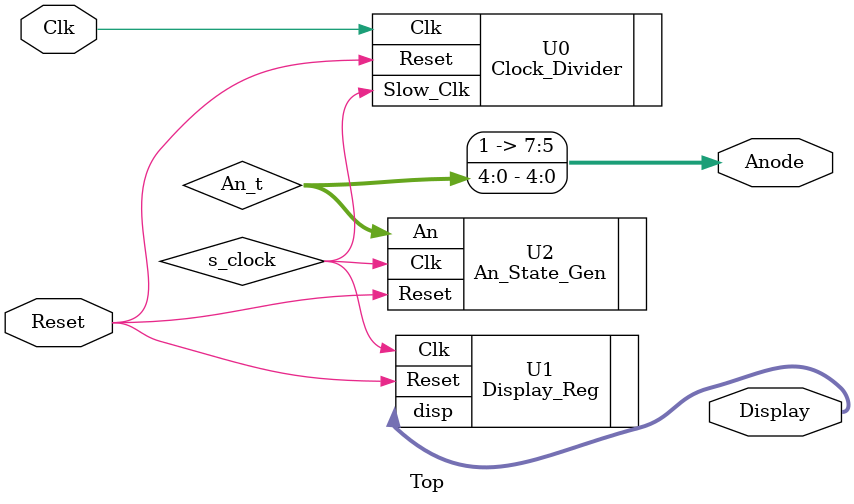
<source format=v>
`timescale 1ns / 1ps


module Top(
    input Clk, Reset,
    output [7:0] Anode,
    output [7:0] Display
    );
    wire s_clock;
    wire [4:0] An_t;
    
    Clock_Divider U0 (.Clk(Clk), .Reset(Reset), .Slow_Clk(s_clock));
    Display_Reg  U1 (.Clk(s_clock), .Reset(Reset), .disp(Display));
    An_State_Gen U2 (.Clk(s_clock), .Reset(Reset), .An(An_t));
    
    assign Anode = {3'b111,An_t[4:0]};
    
endmodule

</source>
